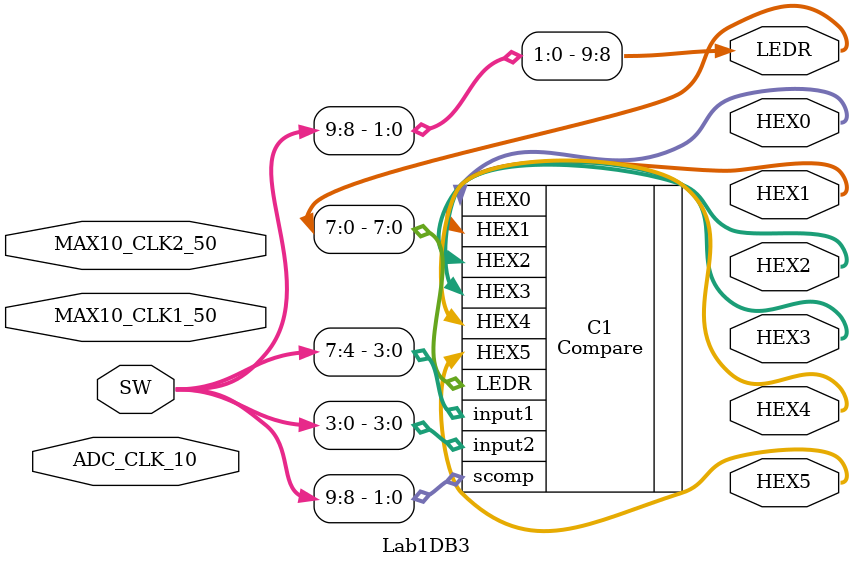
<source format=v>
module Lab1DB3(

	//////////// CLOCK //////////
	input 		          		ADC_CLK_10,
	input 		          		MAX10_CLK1_50,
	input 		          		MAX10_CLK2_50,

	//////////// SEG7 //////////
	output		     [7:0]		HEX0,
	output		     [7:0]		HEX1,
	output		     [7:0]		HEX2,
	output		     [7:0]		HEX3,
	output		     [7:0]		HEX4,
	output		     [7:0]		HEX5,

	//////////// LED //////////
	output		     [9:0]		LEDR,

	//////////// SW //////////
	input 		     [9:0]		SW
);

assign LEDR[9:8] = SW[9:8];

Compare C1(.HEX0(HEX0), .HEX1(HEX1), .HEX2(HEX2), .HEX3(HEX3), .HEX4(HEX4), .HEX5(HEX5), .LEDR(LEDR[7:0]), .input1(SW[7:4]), .input2(SW[3:0]), .scomp(SW[9:8]));


endmodule

</source>
